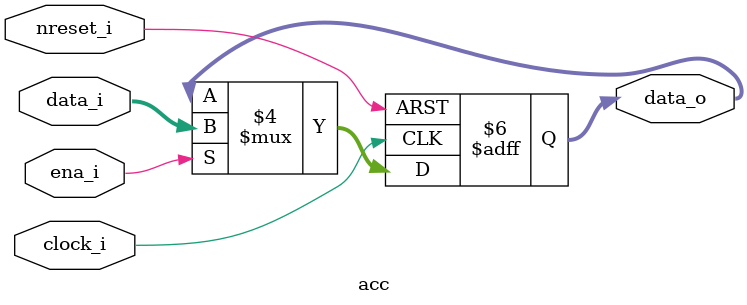
<source format=v>
`timescale 10 ns/100 ps

module acc
#( 
  parameter DATASIZE = 16 
)
(
	clock_i,
	nreset_i,
	data_i,
	ena_i,
	data_o
);

input wire                  clock_i;
input wire                  nreset_i;
input wire                  ena_i;
input wire [ DATASIZE-1:0 ] data_i;
output reg [ DATASIZE-1:0 ] data_o;

always @(posedge clock_i or negedge nreset_i)
begin
	if (nreset_i == 1'b0)
		data_o <= 'b0;
	else
		if (ena_i == 1'b1)
			data_o <= data_i;
end

endmodule

</source>
